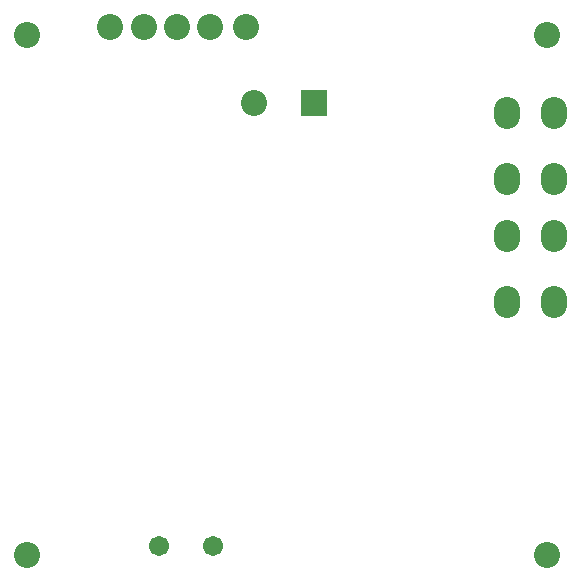
<source format=gbr>
%TF.GenerationSoftware,Altium Limited,Altium Designer,21.2.1 (34)*%
G04 Layer_Color=4408131*
%FSLAX25Y25*%
%MOIN*%
%TF.SameCoordinates,9F7D5B0E-9DD4-4BF0-BF89-A6B7BC673C6C*%
%TF.FilePolarity,Negative*%
%TF.FileFunction,Soldermask,Top*%
%TF.Part,Single*%
G01*
G75*
%TA.AperFunction,ComponentPad*%
%ADD61O,0.08674X0.10642*%
%ADD62R,0.08674X0.08674*%
%ADD63C,0.08674*%
%ADD64C,0.06706*%
%TA.AperFunction,ViaPad*%
%ADD65C,0.08674*%
D61*
X187500Y118213D02*
D03*
X171752D02*
D03*
Y96165D02*
D03*
X187500D02*
D03*
Y159213D02*
D03*
X171752D02*
D03*
Y137165D02*
D03*
X187500D02*
D03*
D62*
X107500Y162500D02*
D03*
D63*
X87500D02*
D03*
D64*
X73716Y15000D02*
D03*
X56000D02*
D03*
D65*
X11811Y185039D02*
D03*
X185039D02*
D03*
Y11811D02*
D03*
X11811D02*
D03*
X73000Y188000D02*
D03*
X85000D02*
D03*
X51000D02*
D03*
X62000D02*
D03*
X39500D02*
D03*
%TF.MD5,0809a084eec6bab55dd488699db272a5*%
M02*

</source>
